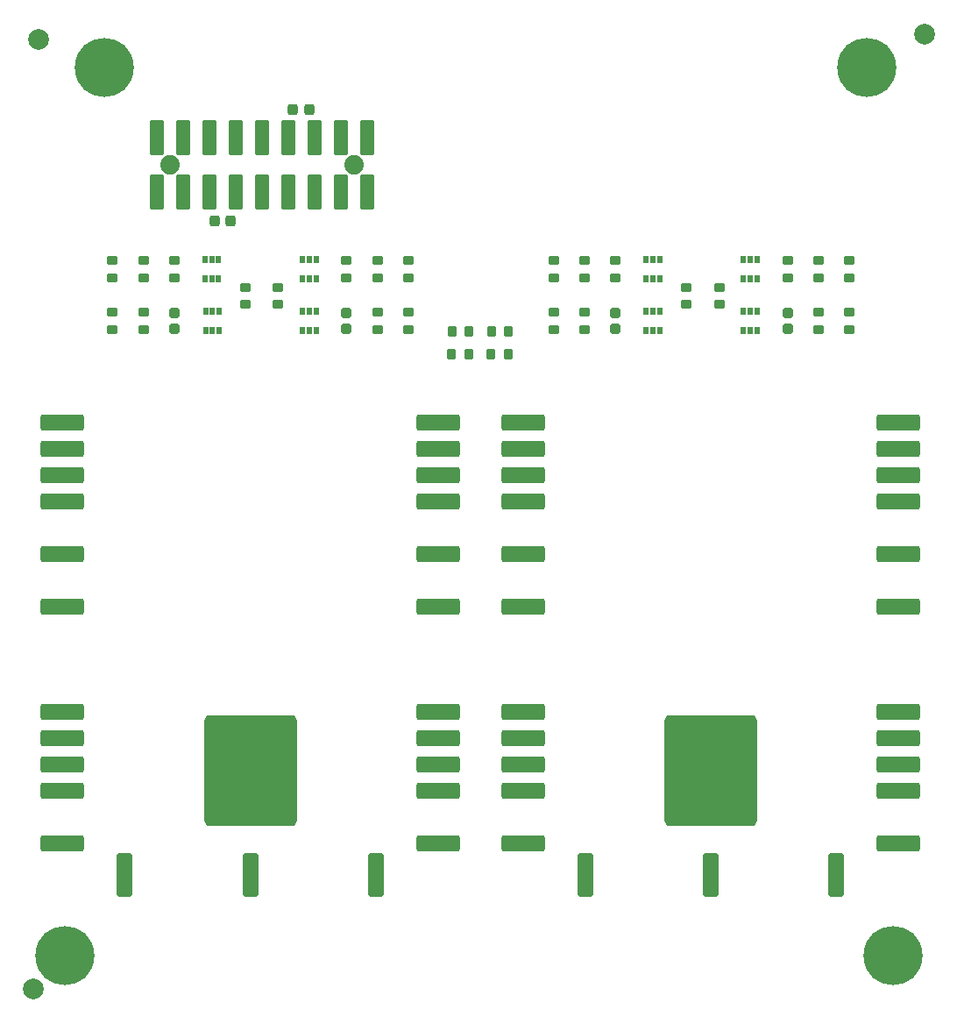
<source format=gts>
%TF.GenerationSoftware,KiCad,Pcbnew,7.0.8*%
%TF.CreationDate,2024-04-09T22:44:40-07:00*%
%TF.ProjectId,MPPT_addon_board,4d505054-5f61-4646-946f-6e5f626f6172,rev?*%
%TF.SameCoordinates,Original*%
%TF.FileFunction,Soldermask,Top*%
%TF.FilePolarity,Negative*%
%FSLAX46Y46*%
G04 Gerber Fmt 4.6, Leading zero omitted, Abs format (unit mm)*
G04 Created by KiCad (PCBNEW 7.0.8) date 2024-04-09 22:44:40*
%MOMM*%
%LPD*%
G01*
G04 APERTURE LIST*
G04 Aperture macros list*
%AMRoundRect*
0 Rectangle with rounded corners*
0 $1 Rounding radius*
0 $2 $3 $4 $5 $6 $7 $8 $9 X,Y pos of 4 corners*
0 Add a 4 corners polygon primitive as box body*
4,1,4,$2,$3,$4,$5,$6,$7,$8,$9,$2,$3,0*
0 Add four circle primitives for the rounded corners*
1,1,$1+$1,$2,$3*
1,1,$1+$1,$4,$5*
1,1,$1+$1,$6,$7*
1,1,$1+$1,$8,$9*
0 Add four rect primitives between the rounded corners*
20,1,$1+$1,$2,$3,$4,$5,0*
20,1,$1+$1,$4,$5,$6,$7,0*
20,1,$1+$1,$6,$7,$8,$9,0*
20,1,$1+$1,$8,$9,$2,$3,0*%
G04 Aperture macros list end*
%ADD10C,5.701600*%
%ADD11C,2.000000*%
%ADD12RoundRect,0.250800X-0.200000X-0.275000X0.200000X-0.275000X0.200000X0.275000X-0.200000X0.275000X0*%
%ADD13RoundRect,0.250800X0.275000X-0.200000X0.275000X0.200000X-0.275000X0.200000X-0.275000X-0.200000X0*%
%ADD14RoundRect,0.250800X-0.275000X0.200000X-0.275000X-0.200000X0.275000X-0.200000X0.275000X0.200000X0*%
%ADD15RoundRect,0.050800X-0.200000X0.325000X-0.200000X-0.325000X0.200000X-0.325000X0.200000X0.325000X0*%
%ADD16RoundRect,0.250800X0.200000X0.275000X-0.200000X0.275000X-0.200000X-0.275000X0.200000X-0.275000X0*%
%ADD17RoundRect,0.275800X0.250000X-0.225000X0.250000X0.225000X-0.250000X0.225000X-0.250000X-0.225000X0*%
%ADD18RoundRect,0.190800X1.910000X0.560000X-1.910000X0.560000X-1.910000X-0.560000X1.910000X-0.560000X0*%
%ADD19RoundRect,0.190800X-0.560000X1.910000X-0.560000X-1.910000X0.560000X-1.910000X0.560000X1.910000X0*%
%ADD20RoundRect,0.490800X3.960000X4.885000X-3.960000X4.885000X-3.960000X-4.885000X3.960000X-4.885000X0*%
%ADD21RoundRect,0.275800X0.225000X0.250000X-0.225000X0.250000X-0.225000X-0.250000X0.225000X-0.250000X0*%
%ADD22RoundRect,0.275800X-0.225000X-0.250000X0.225000X-0.250000X0.225000X0.250000X-0.225000X0.250000X0*%
%ADD23RoundRect,0.050800X-0.200000X-0.300000X0.200000X-0.300000X0.200000X0.300000X-0.200000X0.300000X0*%
%ADD24C,1.881600*%
%ADD25RoundRect,0.102000X-0.570000X-1.587500X0.570000X-1.587500X0.570000X1.587500X-0.570000X1.587500X0*%
G04 APERTURE END LIST*
D10*
X107236100Y-57564100D03*
X103426100Y-143294100D03*
X183426100Y-143294100D03*
X180896100Y-57564100D03*
D11*
X100330000Y-146558000D03*
D12*
X140800000Y-83000000D03*
X142450000Y-83000000D03*
D13*
X176200000Y-82825000D03*
X176200000Y-81175000D03*
D14*
X153600000Y-76175000D03*
X153600000Y-77825000D03*
D11*
X186436000Y-54356000D03*
D14*
X111000000Y-76175000D03*
X111000000Y-77825000D03*
D15*
X127650000Y-76050000D03*
X127000000Y-76050000D03*
X126350000Y-76050000D03*
X126350000Y-77950000D03*
X127000000Y-77950000D03*
X127650000Y-77950000D03*
D14*
X114000000Y-76175000D03*
X114000000Y-77825000D03*
D13*
X166600000Y-80425000D03*
X166600000Y-78775000D03*
D16*
X146250000Y-83000000D03*
X144600000Y-83000000D03*
D13*
X120800000Y-80425000D03*
X120800000Y-78775000D03*
D14*
X150600000Y-76175000D03*
X150600000Y-77825000D03*
D17*
X130600000Y-82775000D03*
X130600000Y-81225000D03*
D18*
X139425000Y-132500000D03*
X139425000Y-127380000D03*
X139425000Y-124840000D03*
X139425000Y-122300000D03*
X139425000Y-119760000D03*
X139425000Y-109600000D03*
X139425000Y-104520000D03*
X139425000Y-99440000D03*
X139425000Y-96900000D03*
X139425000Y-94360000D03*
X139425000Y-91820000D03*
X103175000Y-91820000D03*
X103175000Y-94360000D03*
X103175000Y-96900000D03*
X103175000Y-99440000D03*
X103175000Y-104520000D03*
X103175000Y-109600000D03*
X103175000Y-119760000D03*
X103175000Y-122300000D03*
X103175000Y-124840000D03*
X103175000Y-127380000D03*
X103175000Y-132500000D03*
D19*
X109175000Y-135500000D03*
X121300000Y-135500000D03*
X133425000Y-135500000D03*
D20*
X121300000Y-125475000D03*
D21*
X119400000Y-72400000D03*
X117850000Y-72400000D03*
D14*
X150600000Y-81175000D03*
X150600000Y-82825000D03*
D13*
X133600000Y-82825000D03*
X133600000Y-81175000D03*
D14*
X133600000Y-76175000D03*
X133600000Y-77825000D03*
X173200000Y-76175000D03*
X173200000Y-77825000D03*
X130600000Y-76175000D03*
X130600000Y-77825000D03*
D16*
X142400000Y-85200000D03*
X140750000Y-85200000D03*
D14*
X179200000Y-76175000D03*
X179200000Y-77825000D03*
D13*
X163400000Y-80425000D03*
X163400000Y-78775000D03*
X124000000Y-80425000D03*
X124000000Y-78775000D03*
D17*
X173200000Y-82775000D03*
X173200000Y-81225000D03*
D14*
X108000000Y-76175000D03*
X108000000Y-77825000D03*
X136600000Y-76175000D03*
X136600000Y-77825000D03*
D22*
X125425000Y-61600000D03*
X126975000Y-61600000D03*
D23*
X127650000Y-81050000D03*
X127000000Y-81050000D03*
X126350000Y-81050000D03*
X126350000Y-82950000D03*
X127000000Y-82950000D03*
X127650000Y-82950000D03*
D11*
X100838000Y-54864000D03*
D14*
X176200000Y-76175000D03*
X176200000Y-77825000D03*
X108000000Y-81175000D03*
X108000000Y-82825000D03*
D17*
X114000000Y-82775000D03*
X114000000Y-81225000D03*
D13*
X153600000Y-82825000D03*
X153600000Y-81175000D03*
D23*
X160850000Y-81050000D03*
X160200000Y-81050000D03*
X159550000Y-81050000D03*
X159550000Y-82950000D03*
X160200000Y-82950000D03*
X160850000Y-82950000D03*
D15*
X118250000Y-76050000D03*
X117600000Y-76050000D03*
X116950000Y-76050000D03*
X116950000Y-77950000D03*
X117600000Y-77950000D03*
X118250000Y-77950000D03*
D18*
X183925000Y-132500000D03*
X183925000Y-127380000D03*
X183925000Y-124840000D03*
X183925000Y-122300000D03*
X183925000Y-119760000D03*
X183925000Y-109600000D03*
X183925000Y-104520000D03*
X183925000Y-99440000D03*
X183925000Y-96900000D03*
X183925000Y-94360000D03*
X183925000Y-91820000D03*
X147675000Y-91820000D03*
X147675000Y-94360000D03*
X147675000Y-96900000D03*
X147675000Y-99440000D03*
X147675000Y-104520000D03*
X147675000Y-109600000D03*
X147675000Y-119760000D03*
X147675000Y-122300000D03*
X147675000Y-124840000D03*
X147675000Y-127380000D03*
X147675000Y-132500000D03*
D19*
X153675000Y-135500000D03*
X165800000Y-135500000D03*
X177925000Y-135500000D03*
D20*
X165800000Y-125475000D03*
D23*
X118300000Y-81050000D03*
X117650000Y-81050000D03*
X117000000Y-81050000D03*
X117000000Y-82950000D03*
X117650000Y-82950000D03*
X118300000Y-82950000D03*
D15*
X160850000Y-76050000D03*
X160200000Y-76050000D03*
X159550000Y-76050000D03*
X159550000Y-77950000D03*
X160200000Y-77950000D03*
X160850000Y-77950000D03*
D14*
X156600000Y-76175000D03*
X156600000Y-77825000D03*
D23*
X170250000Y-81050000D03*
X169600000Y-81050000D03*
X168950000Y-81050000D03*
X168950000Y-82950000D03*
X169600000Y-82950000D03*
X170250000Y-82950000D03*
D24*
X113540000Y-66950000D03*
X131320000Y-66950000D03*
D25*
X112270000Y-69552500D03*
X112270000Y-64347500D03*
X114810000Y-69552500D03*
X114810000Y-64347500D03*
X117350000Y-69552500D03*
X117350000Y-64347500D03*
X119890000Y-69552500D03*
X119890000Y-64347500D03*
X122430000Y-69552500D03*
X122430000Y-64347500D03*
X124970000Y-69552500D03*
X124970000Y-64347500D03*
X127510000Y-69552500D03*
X127510000Y-64347500D03*
X130050000Y-69552500D03*
X130050000Y-64347500D03*
X132590000Y-69552500D03*
X132590000Y-64347500D03*
D15*
X170250000Y-76050000D03*
X169600000Y-76050000D03*
X168950000Y-76050000D03*
X168950000Y-77950000D03*
X169600000Y-77950000D03*
X170250000Y-77950000D03*
D16*
X146225000Y-85200000D03*
X144575000Y-85200000D03*
D13*
X111000000Y-82825000D03*
X111000000Y-81175000D03*
D14*
X136600000Y-81175000D03*
X136600000Y-82825000D03*
D17*
X156600000Y-82800000D03*
X156600000Y-81250000D03*
D14*
X179200000Y-81175000D03*
X179200000Y-82825000D03*
M02*

</source>
